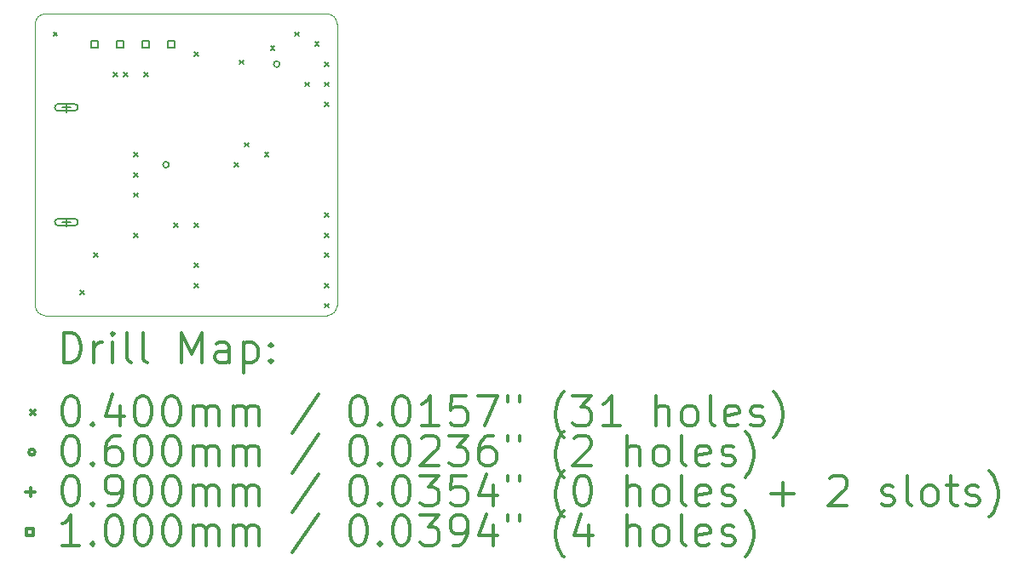
<source format=gbr>
%FSLAX45Y45*%
G04 Gerber Fmt 4.5, Leading zero omitted, Abs format (unit mm)*
G04 Created by KiCad (PCBNEW 5.1.10) date 2021-09-07 22:45:55*
%MOMM*%
%LPD*%
G01*
G04 APERTURE LIST*
%TA.AperFunction,Profile*%
%ADD10C,0.050000*%
%TD*%
%ADD11C,0.200000*%
%ADD12C,0.300000*%
G04 APERTURE END LIST*
D10*
X10080000Y-15000000D02*
G75*
G02*
X9980000Y-14900000I0J100000D01*
G01*
X12980000Y-14900000D02*
G75*
G02*
X12880000Y-15000000I-100000J0D01*
G01*
X12880000Y-12000000D02*
G75*
G02*
X12980000Y-12100000I0J-100000D01*
G01*
X9980000Y-12100000D02*
G75*
G02*
X10080000Y-12000000I100000J0D01*
G01*
X12980000Y-12100000D02*
X12980000Y-14900000D01*
X12880000Y-15000000D02*
X10080000Y-15000000D01*
X10080000Y-12000000D02*
X12880000Y-12000000D01*
X9980000Y-14900000D02*
X9980000Y-12100000D01*
D11*
X10160000Y-12180000D02*
X10200000Y-12220000D01*
X10200000Y-12180000D02*
X10160000Y-12220000D01*
X10427499Y-14750000D02*
X10467499Y-14790000D01*
X10467499Y-14750000D02*
X10427499Y-14790000D01*
X10560000Y-14380000D02*
X10600000Y-14420000D01*
X10600000Y-14380000D02*
X10560000Y-14420000D01*
X10760000Y-12580000D02*
X10800000Y-12620000D01*
X10800000Y-12580000D02*
X10760000Y-12620000D01*
X10860000Y-12580000D02*
X10900000Y-12620000D01*
X10900000Y-12580000D02*
X10860000Y-12620000D01*
X10960000Y-13380000D02*
X11000000Y-13420000D01*
X11000000Y-13380000D02*
X10960000Y-13420000D01*
X10960000Y-13580000D02*
X11000000Y-13620000D01*
X11000000Y-13580000D02*
X10960000Y-13620000D01*
X10960000Y-13780000D02*
X11000000Y-13820000D01*
X11000000Y-13780000D02*
X10960000Y-13820000D01*
X10960000Y-14180000D02*
X11000000Y-14220000D01*
X11000000Y-14180000D02*
X10960000Y-14220000D01*
X11060000Y-12580000D02*
X11100000Y-12620000D01*
X11100000Y-12580000D02*
X11060000Y-12620000D01*
X11360000Y-14080000D02*
X11400000Y-14120000D01*
X11400000Y-14080000D02*
X11360000Y-14120000D01*
X11560000Y-12380000D02*
X11600000Y-12420000D01*
X11600000Y-12380000D02*
X11560000Y-12420000D01*
X11560000Y-14080000D02*
X11600000Y-14120000D01*
X11600000Y-14080000D02*
X11560000Y-14120000D01*
X11560000Y-14480000D02*
X11600000Y-14520000D01*
X11600000Y-14480000D02*
X11560000Y-14520000D01*
X11560000Y-14680000D02*
X11600000Y-14720000D01*
X11600000Y-14680000D02*
X11560000Y-14720000D01*
X11960000Y-13480000D02*
X12000000Y-13520000D01*
X12000000Y-13480000D02*
X11960000Y-13520000D01*
X12010000Y-12459289D02*
X12050000Y-12499289D01*
X12050000Y-12459289D02*
X12010000Y-12499289D01*
X12060000Y-13280000D02*
X12100000Y-13320000D01*
X12100000Y-13280000D02*
X12060000Y-13320000D01*
X12260000Y-13380000D02*
X12300000Y-13420000D01*
X12300000Y-13380000D02*
X12260000Y-13420000D01*
X12320000Y-12320000D02*
X12360000Y-12360000D01*
X12360000Y-12320000D02*
X12320000Y-12360000D01*
X12560000Y-12180000D02*
X12600000Y-12220000D01*
X12600000Y-12180000D02*
X12560000Y-12220000D01*
X12660000Y-12680000D02*
X12700000Y-12720000D01*
X12700000Y-12680000D02*
X12660000Y-12720000D01*
X12760000Y-12280000D02*
X12800000Y-12320000D01*
X12800000Y-12280000D02*
X12760000Y-12320000D01*
X12860000Y-12480000D02*
X12900000Y-12520000D01*
X12900000Y-12480000D02*
X12860000Y-12520000D01*
X12860000Y-12680000D02*
X12900000Y-12720000D01*
X12900000Y-12680000D02*
X12860000Y-12720000D01*
X12860000Y-12880000D02*
X12900000Y-12920000D01*
X12900000Y-12880000D02*
X12860000Y-12920000D01*
X12860000Y-13980000D02*
X12900000Y-14020000D01*
X12900000Y-13980000D02*
X12860000Y-14020000D01*
X12860000Y-14180000D02*
X12900000Y-14220000D01*
X12900000Y-14180000D02*
X12860000Y-14220000D01*
X12860000Y-14380000D02*
X12900000Y-14420000D01*
X12900000Y-14380000D02*
X12860000Y-14420000D01*
X12860000Y-14680000D02*
X12900000Y-14720000D01*
X12900000Y-14680000D02*
X12860000Y-14720000D01*
X12860000Y-14880000D02*
X12900000Y-14920000D01*
X12900000Y-14880000D02*
X12860000Y-14920000D01*
X11310000Y-13500000D02*
G75*
G03*
X11310000Y-13500000I-30000J0D01*
G01*
X12410000Y-12500000D02*
G75*
G03*
X12410000Y-12500000I-30000J0D01*
G01*
X10290000Y-12885000D02*
X10290000Y-12975000D01*
X10245000Y-12930000D02*
X10335000Y-12930000D01*
X10370000Y-12895000D02*
X10210000Y-12895000D01*
X10370000Y-12965000D02*
X10210000Y-12965000D01*
X10210000Y-12895000D02*
G75*
G03*
X10210000Y-12965000I0J-35000D01*
G01*
X10370000Y-12965000D02*
G75*
G03*
X10370000Y-12895000I0J35000D01*
G01*
X10290000Y-14025000D02*
X10290000Y-14115000D01*
X10245000Y-14070000D02*
X10335000Y-14070000D01*
X10370000Y-14035000D02*
X10210000Y-14035000D01*
X10370000Y-14105000D02*
X10210000Y-14105000D01*
X10210000Y-14035000D02*
G75*
G03*
X10210000Y-14105000I0J-35000D01*
G01*
X10370000Y-14105000D02*
G75*
G03*
X10370000Y-14035000I0J35000D01*
G01*
X10607356Y-12335356D02*
X10607356Y-12264644D01*
X10536644Y-12264644D01*
X10536644Y-12335356D01*
X10607356Y-12335356D01*
X10861356Y-12335356D02*
X10861356Y-12264644D01*
X10790644Y-12264644D01*
X10790644Y-12335356D01*
X10861356Y-12335356D01*
X11115356Y-12335356D02*
X11115356Y-12264644D01*
X11044644Y-12264644D01*
X11044644Y-12335356D01*
X11115356Y-12335356D01*
X11369356Y-12335356D02*
X11369356Y-12264644D01*
X11298644Y-12264644D01*
X11298644Y-12335356D01*
X11369356Y-12335356D01*
D12*
X10263928Y-15468214D02*
X10263928Y-15168214D01*
X10335357Y-15168214D01*
X10378214Y-15182500D01*
X10406786Y-15211071D01*
X10421071Y-15239643D01*
X10435357Y-15296786D01*
X10435357Y-15339643D01*
X10421071Y-15396786D01*
X10406786Y-15425357D01*
X10378214Y-15453929D01*
X10335357Y-15468214D01*
X10263928Y-15468214D01*
X10563928Y-15468214D02*
X10563928Y-15268214D01*
X10563928Y-15325357D02*
X10578214Y-15296786D01*
X10592500Y-15282500D01*
X10621071Y-15268214D01*
X10649643Y-15268214D01*
X10749643Y-15468214D02*
X10749643Y-15268214D01*
X10749643Y-15168214D02*
X10735357Y-15182500D01*
X10749643Y-15196786D01*
X10763928Y-15182500D01*
X10749643Y-15168214D01*
X10749643Y-15196786D01*
X10935357Y-15468214D02*
X10906786Y-15453929D01*
X10892500Y-15425357D01*
X10892500Y-15168214D01*
X11092500Y-15468214D02*
X11063928Y-15453929D01*
X11049643Y-15425357D01*
X11049643Y-15168214D01*
X11435357Y-15468214D02*
X11435357Y-15168214D01*
X11535357Y-15382500D01*
X11635357Y-15168214D01*
X11635357Y-15468214D01*
X11906786Y-15468214D02*
X11906786Y-15311071D01*
X11892500Y-15282500D01*
X11863928Y-15268214D01*
X11806786Y-15268214D01*
X11778214Y-15282500D01*
X11906786Y-15453929D02*
X11878214Y-15468214D01*
X11806786Y-15468214D01*
X11778214Y-15453929D01*
X11763928Y-15425357D01*
X11763928Y-15396786D01*
X11778214Y-15368214D01*
X11806786Y-15353929D01*
X11878214Y-15353929D01*
X11906786Y-15339643D01*
X12049643Y-15268214D02*
X12049643Y-15568214D01*
X12049643Y-15282500D02*
X12078214Y-15268214D01*
X12135357Y-15268214D01*
X12163928Y-15282500D01*
X12178214Y-15296786D01*
X12192500Y-15325357D01*
X12192500Y-15411071D01*
X12178214Y-15439643D01*
X12163928Y-15453929D01*
X12135357Y-15468214D01*
X12078214Y-15468214D01*
X12049643Y-15453929D01*
X12321071Y-15439643D02*
X12335357Y-15453929D01*
X12321071Y-15468214D01*
X12306786Y-15453929D01*
X12321071Y-15439643D01*
X12321071Y-15468214D01*
X12321071Y-15282500D02*
X12335357Y-15296786D01*
X12321071Y-15311071D01*
X12306786Y-15296786D01*
X12321071Y-15282500D01*
X12321071Y-15311071D01*
X9937500Y-15942500D02*
X9977500Y-15982500D01*
X9977500Y-15942500D02*
X9937500Y-15982500D01*
X10321071Y-15798214D02*
X10349643Y-15798214D01*
X10378214Y-15812500D01*
X10392500Y-15826786D01*
X10406786Y-15855357D01*
X10421071Y-15912500D01*
X10421071Y-15983929D01*
X10406786Y-16041071D01*
X10392500Y-16069643D01*
X10378214Y-16083929D01*
X10349643Y-16098214D01*
X10321071Y-16098214D01*
X10292500Y-16083929D01*
X10278214Y-16069643D01*
X10263928Y-16041071D01*
X10249643Y-15983929D01*
X10249643Y-15912500D01*
X10263928Y-15855357D01*
X10278214Y-15826786D01*
X10292500Y-15812500D01*
X10321071Y-15798214D01*
X10549643Y-16069643D02*
X10563928Y-16083929D01*
X10549643Y-16098214D01*
X10535357Y-16083929D01*
X10549643Y-16069643D01*
X10549643Y-16098214D01*
X10821071Y-15898214D02*
X10821071Y-16098214D01*
X10749643Y-15783929D02*
X10678214Y-15998214D01*
X10863928Y-15998214D01*
X11035357Y-15798214D02*
X11063928Y-15798214D01*
X11092500Y-15812500D01*
X11106786Y-15826786D01*
X11121071Y-15855357D01*
X11135357Y-15912500D01*
X11135357Y-15983929D01*
X11121071Y-16041071D01*
X11106786Y-16069643D01*
X11092500Y-16083929D01*
X11063928Y-16098214D01*
X11035357Y-16098214D01*
X11006786Y-16083929D01*
X10992500Y-16069643D01*
X10978214Y-16041071D01*
X10963928Y-15983929D01*
X10963928Y-15912500D01*
X10978214Y-15855357D01*
X10992500Y-15826786D01*
X11006786Y-15812500D01*
X11035357Y-15798214D01*
X11321071Y-15798214D02*
X11349643Y-15798214D01*
X11378214Y-15812500D01*
X11392500Y-15826786D01*
X11406786Y-15855357D01*
X11421071Y-15912500D01*
X11421071Y-15983929D01*
X11406786Y-16041071D01*
X11392500Y-16069643D01*
X11378214Y-16083929D01*
X11349643Y-16098214D01*
X11321071Y-16098214D01*
X11292500Y-16083929D01*
X11278214Y-16069643D01*
X11263928Y-16041071D01*
X11249643Y-15983929D01*
X11249643Y-15912500D01*
X11263928Y-15855357D01*
X11278214Y-15826786D01*
X11292500Y-15812500D01*
X11321071Y-15798214D01*
X11549643Y-16098214D02*
X11549643Y-15898214D01*
X11549643Y-15926786D02*
X11563928Y-15912500D01*
X11592500Y-15898214D01*
X11635357Y-15898214D01*
X11663928Y-15912500D01*
X11678214Y-15941071D01*
X11678214Y-16098214D01*
X11678214Y-15941071D02*
X11692500Y-15912500D01*
X11721071Y-15898214D01*
X11763928Y-15898214D01*
X11792500Y-15912500D01*
X11806786Y-15941071D01*
X11806786Y-16098214D01*
X11949643Y-16098214D02*
X11949643Y-15898214D01*
X11949643Y-15926786D02*
X11963928Y-15912500D01*
X11992500Y-15898214D01*
X12035357Y-15898214D01*
X12063928Y-15912500D01*
X12078214Y-15941071D01*
X12078214Y-16098214D01*
X12078214Y-15941071D02*
X12092500Y-15912500D01*
X12121071Y-15898214D01*
X12163928Y-15898214D01*
X12192500Y-15912500D01*
X12206786Y-15941071D01*
X12206786Y-16098214D01*
X12792500Y-15783929D02*
X12535357Y-16169643D01*
X13178214Y-15798214D02*
X13206786Y-15798214D01*
X13235357Y-15812500D01*
X13249643Y-15826786D01*
X13263928Y-15855357D01*
X13278214Y-15912500D01*
X13278214Y-15983929D01*
X13263928Y-16041071D01*
X13249643Y-16069643D01*
X13235357Y-16083929D01*
X13206786Y-16098214D01*
X13178214Y-16098214D01*
X13149643Y-16083929D01*
X13135357Y-16069643D01*
X13121071Y-16041071D01*
X13106786Y-15983929D01*
X13106786Y-15912500D01*
X13121071Y-15855357D01*
X13135357Y-15826786D01*
X13149643Y-15812500D01*
X13178214Y-15798214D01*
X13406786Y-16069643D02*
X13421071Y-16083929D01*
X13406786Y-16098214D01*
X13392500Y-16083929D01*
X13406786Y-16069643D01*
X13406786Y-16098214D01*
X13606786Y-15798214D02*
X13635357Y-15798214D01*
X13663928Y-15812500D01*
X13678214Y-15826786D01*
X13692500Y-15855357D01*
X13706786Y-15912500D01*
X13706786Y-15983929D01*
X13692500Y-16041071D01*
X13678214Y-16069643D01*
X13663928Y-16083929D01*
X13635357Y-16098214D01*
X13606786Y-16098214D01*
X13578214Y-16083929D01*
X13563928Y-16069643D01*
X13549643Y-16041071D01*
X13535357Y-15983929D01*
X13535357Y-15912500D01*
X13549643Y-15855357D01*
X13563928Y-15826786D01*
X13578214Y-15812500D01*
X13606786Y-15798214D01*
X13992500Y-16098214D02*
X13821071Y-16098214D01*
X13906786Y-16098214D02*
X13906786Y-15798214D01*
X13878214Y-15841071D01*
X13849643Y-15869643D01*
X13821071Y-15883929D01*
X14263928Y-15798214D02*
X14121071Y-15798214D01*
X14106786Y-15941071D01*
X14121071Y-15926786D01*
X14149643Y-15912500D01*
X14221071Y-15912500D01*
X14249643Y-15926786D01*
X14263928Y-15941071D01*
X14278214Y-15969643D01*
X14278214Y-16041071D01*
X14263928Y-16069643D01*
X14249643Y-16083929D01*
X14221071Y-16098214D01*
X14149643Y-16098214D01*
X14121071Y-16083929D01*
X14106786Y-16069643D01*
X14378214Y-15798214D02*
X14578214Y-15798214D01*
X14449643Y-16098214D01*
X14678214Y-15798214D02*
X14678214Y-15855357D01*
X14792500Y-15798214D02*
X14792500Y-15855357D01*
X15235357Y-16212500D02*
X15221071Y-16198214D01*
X15192500Y-16155357D01*
X15178214Y-16126786D01*
X15163928Y-16083929D01*
X15149643Y-16012500D01*
X15149643Y-15955357D01*
X15163928Y-15883929D01*
X15178214Y-15841071D01*
X15192500Y-15812500D01*
X15221071Y-15769643D01*
X15235357Y-15755357D01*
X15321071Y-15798214D02*
X15506786Y-15798214D01*
X15406786Y-15912500D01*
X15449643Y-15912500D01*
X15478214Y-15926786D01*
X15492500Y-15941071D01*
X15506786Y-15969643D01*
X15506786Y-16041071D01*
X15492500Y-16069643D01*
X15478214Y-16083929D01*
X15449643Y-16098214D01*
X15363928Y-16098214D01*
X15335357Y-16083929D01*
X15321071Y-16069643D01*
X15792500Y-16098214D02*
X15621071Y-16098214D01*
X15706786Y-16098214D02*
X15706786Y-15798214D01*
X15678214Y-15841071D01*
X15649643Y-15869643D01*
X15621071Y-15883929D01*
X16149643Y-16098214D02*
X16149643Y-15798214D01*
X16278214Y-16098214D02*
X16278214Y-15941071D01*
X16263928Y-15912500D01*
X16235357Y-15898214D01*
X16192500Y-15898214D01*
X16163928Y-15912500D01*
X16149643Y-15926786D01*
X16463928Y-16098214D02*
X16435357Y-16083929D01*
X16421071Y-16069643D01*
X16406786Y-16041071D01*
X16406786Y-15955357D01*
X16421071Y-15926786D01*
X16435357Y-15912500D01*
X16463928Y-15898214D01*
X16506786Y-15898214D01*
X16535357Y-15912500D01*
X16549643Y-15926786D01*
X16563928Y-15955357D01*
X16563928Y-16041071D01*
X16549643Y-16069643D01*
X16535357Y-16083929D01*
X16506786Y-16098214D01*
X16463928Y-16098214D01*
X16735357Y-16098214D02*
X16706786Y-16083929D01*
X16692500Y-16055357D01*
X16692500Y-15798214D01*
X16963928Y-16083929D02*
X16935357Y-16098214D01*
X16878214Y-16098214D01*
X16849643Y-16083929D01*
X16835357Y-16055357D01*
X16835357Y-15941071D01*
X16849643Y-15912500D01*
X16878214Y-15898214D01*
X16935357Y-15898214D01*
X16963928Y-15912500D01*
X16978214Y-15941071D01*
X16978214Y-15969643D01*
X16835357Y-15998214D01*
X17092500Y-16083929D02*
X17121071Y-16098214D01*
X17178214Y-16098214D01*
X17206786Y-16083929D01*
X17221071Y-16055357D01*
X17221071Y-16041071D01*
X17206786Y-16012500D01*
X17178214Y-15998214D01*
X17135357Y-15998214D01*
X17106786Y-15983929D01*
X17092500Y-15955357D01*
X17092500Y-15941071D01*
X17106786Y-15912500D01*
X17135357Y-15898214D01*
X17178214Y-15898214D01*
X17206786Y-15912500D01*
X17321071Y-16212500D02*
X17335357Y-16198214D01*
X17363928Y-16155357D01*
X17378214Y-16126786D01*
X17392500Y-16083929D01*
X17406786Y-16012500D01*
X17406786Y-15955357D01*
X17392500Y-15883929D01*
X17378214Y-15841071D01*
X17363928Y-15812500D01*
X17335357Y-15769643D01*
X17321071Y-15755357D01*
X9977500Y-16358500D02*
G75*
G03*
X9977500Y-16358500I-30000J0D01*
G01*
X10321071Y-16194214D02*
X10349643Y-16194214D01*
X10378214Y-16208500D01*
X10392500Y-16222786D01*
X10406786Y-16251357D01*
X10421071Y-16308500D01*
X10421071Y-16379929D01*
X10406786Y-16437071D01*
X10392500Y-16465643D01*
X10378214Y-16479929D01*
X10349643Y-16494214D01*
X10321071Y-16494214D01*
X10292500Y-16479929D01*
X10278214Y-16465643D01*
X10263928Y-16437071D01*
X10249643Y-16379929D01*
X10249643Y-16308500D01*
X10263928Y-16251357D01*
X10278214Y-16222786D01*
X10292500Y-16208500D01*
X10321071Y-16194214D01*
X10549643Y-16465643D02*
X10563928Y-16479929D01*
X10549643Y-16494214D01*
X10535357Y-16479929D01*
X10549643Y-16465643D01*
X10549643Y-16494214D01*
X10821071Y-16194214D02*
X10763928Y-16194214D01*
X10735357Y-16208500D01*
X10721071Y-16222786D01*
X10692500Y-16265643D01*
X10678214Y-16322786D01*
X10678214Y-16437071D01*
X10692500Y-16465643D01*
X10706786Y-16479929D01*
X10735357Y-16494214D01*
X10792500Y-16494214D01*
X10821071Y-16479929D01*
X10835357Y-16465643D01*
X10849643Y-16437071D01*
X10849643Y-16365643D01*
X10835357Y-16337071D01*
X10821071Y-16322786D01*
X10792500Y-16308500D01*
X10735357Y-16308500D01*
X10706786Y-16322786D01*
X10692500Y-16337071D01*
X10678214Y-16365643D01*
X11035357Y-16194214D02*
X11063928Y-16194214D01*
X11092500Y-16208500D01*
X11106786Y-16222786D01*
X11121071Y-16251357D01*
X11135357Y-16308500D01*
X11135357Y-16379929D01*
X11121071Y-16437071D01*
X11106786Y-16465643D01*
X11092500Y-16479929D01*
X11063928Y-16494214D01*
X11035357Y-16494214D01*
X11006786Y-16479929D01*
X10992500Y-16465643D01*
X10978214Y-16437071D01*
X10963928Y-16379929D01*
X10963928Y-16308500D01*
X10978214Y-16251357D01*
X10992500Y-16222786D01*
X11006786Y-16208500D01*
X11035357Y-16194214D01*
X11321071Y-16194214D02*
X11349643Y-16194214D01*
X11378214Y-16208500D01*
X11392500Y-16222786D01*
X11406786Y-16251357D01*
X11421071Y-16308500D01*
X11421071Y-16379929D01*
X11406786Y-16437071D01*
X11392500Y-16465643D01*
X11378214Y-16479929D01*
X11349643Y-16494214D01*
X11321071Y-16494214D01*
X11292500Y-16479929D01*
X11278214Y-16465643D01*
X11263928Y-16437071D01*
X11249643Y-16379929D01*
X11249643Y-16308500D01*
X11263928Y-16251357D01*
X11278214Y-16222786D01*
X11292500Y-16208500D01*
X11321071Y-16194214D01*
X11549643Y-16494214D02*
X11549643Y-16294214D01*
X11549643Y-16322786D02*
X11563928Y-16308500D01*
X11592500Y-16294214D01*
X11635357Y-16294214D01*
X11663928Y-16308500D01*
X11678214Y-16337071D01*
X11678214Y-16494214D01*
X11678214Y-16337071D02*
X11692500Y-16308500D01*
X11721071Y-16294214D01*
X11763928Y-16294214D01*
X11792500Y-16308500D01*
X11806786Y-16337071D01*
X11806786Y-16494214D01*
X11949643Y-16494214D02*
X11949643Y-16294214D01*
X11949643Y-16322786D02*
X11963928Y-16308500D01*
X11992500Y-16294214D01*
X12035357Y-16294214D01*
X12063928Y-16308500D01*
X12078214Y-16337071D01*
X12078214Y-16494214D01*
X12078214Y-16337071D02*
X12092500Y-16308500D01*
X12121071Y-16294214D01*
X12163928Y-16294214D01*
X12192500Y-16308500D01*
X12206786Y-16337071D01*
X12206786Y-16494214D01*
X12792500Y-16179929D02*
X12535357Y-16565643D01*
X13178214Y-16194214D02*
X13206786Y-16194214D01*
X13235357Y-16208500D01*
X13249643Y-16222786D01*
X13263928Y-16251357D01*
X13278214Y-16308500D01*
X13278214Y-16379929D01*
X13263928Y-16437071D01*
X13249643Y-16465643D01*
X13235357Y-16479929D01*
X13206786Y-16494214D01*
X13178214Y-16494214D01*
X13149643Y-16479929D01*
X13135357Y-16465643D01*
X13121071Y-16437071D01*
X13106786Y-16379929D01*
X13106786Y-16308500D01*
X13121071Y-16251357D01*
X13135357Y-16222786D01*
X13149643Y-16208500D01*
X13178214Y-16194214D01*
X13406786Y-16465643D02*
X13421071Y-16479929D01*
X13406786Y-16494214D01*
X13392500Y-16479929D01*
X13406786Y-16465643D01*
X13406786Y-16494214D01*
X13606786Y-16194214D02*
X13635357Y-16194214D01*
X13663928Y-16208500D01*
X13678214Y-16222786D01*
X13692500Y-16251357D01*
X13706786Y-16308500D01*
X13706786Y-16379929D01*
X13692500Y-16437071D01*
X13678214Y-16465643D01*
X13663928Y-16479929D01*
X13635357Y-16494214D01*
X13606786Y-16494214D01*
X13578214Y-16479929D01*
X13563928Y-16465643D01*
X13549643Y-16437071D01*
X13535357Y-16379929D01*
X13535357Y-16308500D01*
X13549643Y-16251357D01*
X13563928Y-16222786D01*
X13578214Y-16208500D01*
X13606786Y-16194214D01*
X13821071Y-16222786D02*
X13835357Y-16208500D01*
X13863928Y-16194214D01*
X13935357Y-16194214D01*
X13963928Y-16208500D01*
X13978214Y-16222786D01*
X13992500Y-16251357D01*
X13992500Y-16279929D01*
X13978214Y-16322786D01*
X13806786Y-16494214D01*
X13992500Y-16494214D01*
X14092500Y-16194214D02*
X14278214Y-16194214D01*
X14178214Y-16308500D01*
X14221071Y-16308500D01*
X14249643Y-16322786D01*
X14263928Y-16337071D01*
X14278214Y-16365643D01*
X14278214Y-16437071D01*
X14263928Y-16465643D01*
X14249643Y-16479929D01*
X14221071Y-16494214D01*
X14135357Y-16494214D01*
X14106786Y-16479929D01*
X14092500Y-16465643D01*
X14535357Y-16194214D02*
X14478214Y-16194214D01*
X14449643Y-16208500D01*
X14435357Y-16222786D01*
X14406786Y-16265643D01*
X14392500Y-16322786D01*
X14392500Y-16437071D01*
X14406786Y-16465643D01*
X14421071Y-16479929D01*
X14449643Y-16494214D01*
X14506786Y-16494214D01*
X14535357Y-16479929D01*
X14549643Y-16465643D01*
X14563928Y-16437071D01*
X14563928Y-16365643D01*
X14549643Y-16337071D01*
X14535357Y-16322786D01*
X14506786Y-16308500D01*
X14449643Y-16308500D01*
X14421071Y-16322786D01*
X14406786Y-16337071D01*
X14392500Y-16365643D01*
X14678214Y-16194214D02*
X14678214Y-16251357D01*
X14792500Y-16194214D02*
X14792500Y-16251357D01*
X15235357Y-16608500D02*
X15221071Y-16594214D01*
X15192500Y-16551357D01*
X15178214Y-16522786D01*
X15163928Y-16479929D01*
X15149643Y-16408500D01*
X15149643Y-16351357D01*
X15163928Y-16279929D01*
X15178214Y-16237071D01*
X15192500Y-16208500D01*
X15221071Y-16165643D01*
X15235357Y-16151357D01*
X15335357Y-16222786D02*
X15349643Y-16208500D01*
X15378214Y-16194214D01*
X15449643Y-16194214D01*
X15478214Y-16208500D01*
X15492500Y-16222786D01*
X15506786Y-16251357D01*
X15506786Y-16279929D01*
X15492500Y-16322786D01*
X15321071Y-16494214D01*
X15506786Y-16494214D01*
X15863928Y-16494214D02*
X15863928Y-16194214D01*
X15992500Y-16494214D02*
X15992500Y-16337071D01*
X15978214Y-16308500D01*
X15949643Y-16294214D01*
X15906786Y-16294214D01*
X15878214Y-16308500D01*
X15863928Y-16322786D01*
X16178214Y-16494214D02*
X16149643Y-16479929D01*
X16135357Y-16465643D01*
X16121071Y-16437071D01*
X16121071Y-16351357D01*
X16135357Y-16322786D01*
X16149643Y-16308500D01*
X16178214Y-16294214D01*
X16221071Y-16294214D01*
X16249643Y-16308500D01*
X16263928Y-16322786D01*
X16278214Y-16351357D01*
X16278214Y-16437071D01*
X16263928Y-16465643D01*
X16249643Y-16479929D01*
X16221071Y-16494214D01*
X16178214Y-16494214D01*
X16449643Y-16494214D02*
X16421071Y-16479929D01*
X16406786Y-16451357D01*
X16406786Y-16194214D01*
X16678214Y-16479929D02*
X16649643Y-16494214D01*
X16592500Y-16494214D01*
X16563928Y-16479929D01*
X16549643Y-16451357D01*
X16549643Y-16337071D01*
X16563928Y-16308500D01*
X16592500Y-16294214D01*
X16649643Y-16294214D01*
X16678214Y-16308500D01*
X16692500Y-16337071D01*
X16692500Y-16365643D01*
X16549643Y-16394214D01*
X16806786Y-16479929D02*
X16835357Y-16494214D01*
X16892500Y-16494214D01*
X16921071Y-16479929D01*
X16935357Y-16451357D01*
X16935357Y-16437071D01*
X16921071Y-16408500D01*
X16892500Y-16394214D01*
X16849643Y-16394214D01*
X16821071Y-16379929D01*
X16806786Y-16351357D01*
X16806786Y-16337071D01*
X16821071Y-16308500D01*
X16849643Y-16294214D01*
X16892500Y-16294214D01*
X16921071Y-16308500D01*
X17035357Y-16608500D02*
X17049643Y-16594214D01*
X17078214Y-16551357D01*
X17092500Y-16522786D01*
X17106786Y-16479929D01*
X17121071Y-16408500D01*
X17121071Y-16351357D01*
X17106786Y-16279929D01*
X17092500Y-16237071D01*
X17078214Y-16208500D01*
X17049643Y-16165643D01*
X17035357Y-16151357D01*
X9932500Y-16709500D02*
X9932500Y-16799500D01*
X9887500Y-16754500D02*
X9977500Y-16754500D01*
X10321071Y-16590214D02*
X10349643Y-16590214D01*
X10378214Y-16604500D01*
X10392500Y-16618786D01*
X10406786Y-16647357D01*
X10421071Y-16704500D01*
X10421071Y-16775929D01*
X10406786Y-16833072D01*
X10392500Y-16861643D01*
X10378214Y-16875929D01*
X10349643Y-16890214D01*
X10321071Y-16890214D01*
X10292500Y-16875929D01*
X10278214Y-16861643D01*
X10263928Y-16833072D01*
X10249643Y-16775929D01*
X10249643Y-16704500D01*
X10263928Y-16647357D01*
X10278214Y-16618786D01*
X10292500Y-16604500D01*
X10321071Y-16590214D01*
X10549643Y-16861643D02*
X10563928Y-16875929D01*
X10549643Y-16890214D01*
X10535357Y-16875929D01*
X10549643Y-16861643D01*
X10549643Y-16890214D01*
X10706786Y-16890214D02*
X10763928Y-16890214D01*
X10792500Y-16875929D01*
X10806786Y-16861643D01*
X10835357Y-16818786D01*
X10849643Y-16761643D01*
X10849643Y-16647357D01*
X10835357Y-16618786D01*
X10821071Y-16604500D01*
X10792500Y-16590214D01*
X10735357Y-16590214D01*
X10706786Y-16604500D01*
X10692500Y-16618786D01*
X10678214Y-16647357D01*
X10678214Y-16718786D01*
X10692500Y-16747357D01*
X10706786Y-16761643D01*
X10735357Y-16775929D01*
X10792500Y-16775929D01*
X10821071Y-16761643D01*
X10835357Y-16747357D01*
X10849643Y-16718786D01*
X11035357Y-16590214D02*
X11063928Y-16590214D01*
X11092500Y-16604500D01*
X11106786Y-16618786D01*
X11121071Y-16647357D01*
X11135357Y-16704500D01*
X11135357Y-16775929D01*
X11121071Y-16833072D01*
X11106786Y-16861643D01*
X11092500Y-16875929D01*
X11063928Y-16890214D01*
X11035357Y-16890214D01*
X11006786Y-16875929D01*
X10992500Y-16861643D01*
X10978214Y-16833072D01*
X10963928Y-16775929D01*
X10963928Y-16704500D01*
X10978214Y-16647357D01*
X10992500Y-16618786D01*
X11006786Y-16604500D01*
X11035357Y-16590214D01*
X11321071Y-16590214D02*
X11349643Y-16590214D01*
X11378214Y-16604500D01*
X11392500Y-16618786D01*
X11406786Y-16647357D01*
X11421071Y-16704500D01*
X11421071Y-16775929D01*
X11406786Y-16833072D01*
X11392500Y-16861643D01*
X11378214Y-16875929D01*
X11349643Y-16890214D01*
X11321071Y-16890214D01*
X11292500Y-16875929D01*
X11278214Y-16861643D01*
X11263928Y-16833072D01*
X11249643Y-16775929D01*
X11249643Y-16704500D01*
X11263928Y-16647357D01*
X11278214Y-16618786D01*
X11292500Y-16604500D01*
X11321071Y-16590214D01*
X11549643Y-16890214D02*
X11549643Y-16690214D01*
X11549643Y-16718786D02*
X11563928Y-16704500D01*
X11592500Y-16690214D01*
X11635357Y-16690214D01*
X11663928Y-16704500D01*
X11678214Y-16733071D01*
X11678214Y-16890214D01*
X11678214Y-16733071D02*
X11692500Y-16704500D01*
X11721071Y-16690214D01*
X11763928Y-16690214D01*
X11792500Y-16704500D01*
X11806786Y-16733071D01*
X11806786Y-16890214D01*
X11949643Y-16890214D02*
X11949643Y-16690214D01*
X11949643Y-16718786D02*
X11963928Y-16704500D01*
X11992500Y-16690214D01*
X12035357Y-16690214D01*
X12063928Y-16704500D01*
X12078214Y-16733071D01*
X12078214Y-16890214D01*
X12078214Y-16733071D02*
X12092500Y-16704500D01*
X12121071Y-16690214D01*
X12163928Y-16690214D01*
X12192500Y-16704500D01*
X12206786Y-16733071D01*
X12206786Y-16890214D01*
X12792500Y-16575929D02*
X12535357Y-16961643D01*
X13178214Y-16590214D02*
X13206786Y-16590214D01*
X13235357Y-16604500D01*
X13249643Y-16618786D01*
X13263928Y-16647357D01*
X13278214Y-16704500D01*
X13278214Y-16775929D01*
X13263928Y-16833072D01*
X13249643Y-16861643D01*
X13235357Y-16875929D01*
X13206786Y-16890214D01*
X13178214Y-16890214D01*
X13149643Y-16875929D01*
X13135357Y-16861643D01*
X13121071Y-16833072D01*
X13106786Y-16775929D01*
X13106786Y-16704500D01*
X13121071Y-16647357D01*
X13135357Y-16618786D01*
X13149643Y-16604500D01*
X13178214Y-16590214D01*
X13406786Y-16861643D02*
X13421071Y-16875929D01*
X13406786Y-16890214D01*
X13392500Y-16875929D01*
X13406786Y-16861643D01*
X13406786Y-16890214D01*
X13606786Y-16590214D02*
X13635357Y-16590214D01*
X13663928Y-16604500D01*
X13678214Y-16618786D01*
X13692500Y-16647357D01*
X13706786Y-16704500D01*
X13706786Y-16775929D01*
X13692500Y-16833072D01*
X13678214Y-16861643D01*
X13663928Y-16875929D01*
X13635357Y-16890214D01*
X13606786Y-16890214D01*
X13578214Y-16875929D01*
X13563928Y-16861643D01*
X13549643Y-16833072D01*
X13535357Y-16775929D01*
X13535357Y-16704500D01*
X13549643Y-16647357D01*
X13563928Y-16618786D01*
X13578214Y-16604500D01*
X13606786Y-16590214D01*
X13806786Y-16590214D02*
X13992500Y-16590214D01*
X13892500Y-16704500D01*
X13935357Y-16704500D01*
X13963928Y-16718786D01*
X13978214Y-16733071D01*
X13992500Y-16761643D01*
X13992500Y-16833072D01*
X13978214Y-16861643D01*
X13963928Y-16875929D01*
X13935357Y-16890214D01*
X13849643Y-16890214D01*
X13821071Y-16875929D01*
X13806786Y-16861643D01*
X14263928Y-16590214D02*
X14121071Y-16590214D01*
X14106786Y-16733071D01*
X14121071Y-16718786D01*
X14149643Y-16704500D01*
X14221071Y-16704500D01*
X14249643Y-16718786D01*
X14263928Y-16733071D01*
X14278214Y-16761643D01*
X14278214Y-16833072D01*
X14263928Y-16861643D01*
X14249643Y-16875929D01*
X14221071Y-16890214D01*
X14149643Y-16890214D01*
X14121071Y-16875929D01*
X14106786Y-16861643D01*
X14535357Y-16690214D02*
X14535357Y-16890214D01*
X14463928Y-16575929D02*
X14392500Y-16790214D01*
X14578214Y-16790214D01*
X14678214Y-16590214D02*
X14678214Y-16647357D01*
X14792500Y-16590214D02*
X14792500Y-16647357D01*
X15235357Y-17004500D02*
X15221071Y-16990214D01*
X15192500Y-16947357D01*
X15178214Y-16918786D01*
X15163928Y-16875929D01*
X15149643Y-16804500D01*
X15149643Y-16747357D01*
X15163928Y-16675929D01*
X15178214Y-16633071D01*
X15192500Y-16604500D01*
X15221071Y-16561643D01*
X15235357Y-16547357D01*
X15406786Y-16590214D02*
X15435357Y-16590214D01*
X15463928Y-16604500D01*
X15478214Y-16618786D01*
X15492500Y-16647357D01*
X15506786Y-16704500D01*
X15506786Y-16775929D01*
X15492500Y-16833072D01*
X15478214Y-16861643D01*
X15463928Y-16875929D01*
X15435357Y-16890214D01*
X15406786Y-16890214D01*
X15378214Y-16875929D01*
X15363928Y-16861643D01*
X15349643Y-16833072D01*
X15335357Y-16775929D01*
X15335357Y-16704500D01*
X15349643Y-16647357D01*
X15363928Y-16618786D01*
X15378214Y-16604500D01*
X15406786Y-16590214D01*
X15863928Y-16890214D02*
X15863928Y-16590214D01*
X15992500Y-16890214D02*
X15992500Y-16733071D01*
X15978214Y-16704500D01*
X15949643Y-16690214D01*
X15906786Y-16690214D01*
X15878214Y-16704500D01*
X15863928Y-16718786D01*
X16178214Y-16890214D02*
X16149643Y-16875929D01*
X16135357Y-16861643D01*
X16121071Y-16833072D01*
X16121071Y-16747357D01*
X16135357Y-16718786D01*
X16149643Y-16704500D01*
X16178214Y-16690214D01*
X16221071Y-16690214D01*
X16249643Y-16704500D01*
X16263928Y-16718786D01*
X16278214Y-16747357D01*
X16278214Y-16833072D01*
X16263928Y-16861643D01*
X16249643Y-16875929D01*
X16221071Y-16890214D01*
X16178214Y-16890214D01*
X16449643Y-16890214D02*
X16421071Y-16875929D01*
X16406786Y-16847357D01*
X16406786Y-16590214D01*
X16678214Y-16875929D02*
X16649643Y-16890214D01*
X16592500Y-16890214D01*
X16563928Y-16875929D01*
X16549643Y-16847357D01*
X16549643Y-16733071D01*
X16563928Y-16704500D01*
X16592500Y-16690214D01*
X16649643Y-16690214D01*
X16678214Y-16704500D01*
X16692500Y-16733071D01*
X16692500Y-16761643D01*
X16549643Y-16790214D01*
X16806786Y-16875929D02*
X16835357Y-16890214D01*
X16892500Y-16890214D01*
X16921071Y-16875929D01*
X16935357Y-16847357D01*
X16935357Y-16833072D01*
X16921071Y-16804500D01*
X16892500Y-16790214D01*
X16849643Y-16790214D01*
X16821071Y-16775929D01*
X16806786Y-16747357D01*
X16806786Y-16733071D01*
X16821071Y-16704500D01*
X16849643Y-16690214D01*
X16892500Y-16690214D01*
X16921071Y-16704500D01*
X17292500Y-16775929D02*
X17521071Y-16775929D01*
X17406786Y-16890214D02*
X17406786Y-16661643D01*
X17878214Y-16618786D02*
X17892500Y-16604500D01*
X17921071Y-16590214D01*
X17992500Y-16590214D01*
X18021071Y-16604500D01*
X18035357Y-16618786D01*
X18049643Y-16647357D01*
X18049643Y-16675929D01*
X18035357Y-16718786D01*
X17863928Y-16890214D01*
X18049643Y-16890214D01*
X18392500Y-16875929D02*
X18421071Y-16890214D01*
X18478214Y-16890214D01*
X18506786Y-16875929D01*
X18521071Y-16847357D01*
X18521071Y-16833072D01*
X18506786Y-16804500D01*
X18478214Y-16790214D01*
X18435357Y-16790214D01*
X18406786Y-16775929D01*
X18392500Y-16747357D01*
X18392500Y-16733071D01*
X18406786Y-16704500D01*
X18435357Y-16690214D01*
X18478214Y-16690214D01*
X18506786Y-16704500D01*
X18692500Y-16890214D02*
X18663928Y-16875929D01*
X18649643Y-16847357D01*
X18649643Y-16590214D01*
X18849643Y-16890214D02*
X18821071Y-16875929D01*
X18806786Y-16861643D01*
X18792500Y-16833072D01*
X18792500Y-16747357D01*
X18806786Y-16718786D01*
X18821071Y-16704500D01*
X18849643Y-16690214D01*
X18892500Y-16690214D01*
X18921071Y-16704500D01*
X18935357Y-16718786D01*
X18949643Y-16747357D01*
X18949643Y-16833072D01*
X18935357Y-16861643D01*
X18921071Y-16875929D01*
X18892500Y-16890214D01*
X18849643Y-16890214D01*
X19035357Y-16690214D02*
X19149643Y-16690214D01*
X19078214Y-16590214D02*
X19078214Y-16847357D01*
X19092500Y-16875929D01*
X19121071Y-16890214D01*
X19149643Y-16890214D01*
X19235357Y-16875929D02*
X19263928Y-16890214D01*
X19321071Y-16890214D01*
X19349643Y-16875929D01*
X19363928Y-16847357D01*
X19363928Y-16833072D01*
X19349643Y-16804500D01*
X19321071Y-16790214D01*
X19278214Y-16790214D01*
X19249643Y-16775929D01*
X19235357Y-16747357D01*
X19235357Y-16733071D01*
X19249643Y-16704500D01*
X19278214Y-16690214D01*
X19321071Y-16690214D01*
X19349643Y-16704500D01*
X19463928Y-17004500D02*
X19478214Y-16990214D01*
X19506786Y-16947357D01*
X19521071Y-16918786D01*
X19535357Y-16875929D01*
X19549643Y-16804500D01*
X19549643Y-16747357D01*
X19535357Y-16675929D01*
X19521071Y-16633071D01*
X19506786Y-16604500D01*
X19478214Y-16561643D01*
X19463928Y-16547357D01*
X9962856Y-17185856D02*
X9962856Y-17115144D01*
X9892144Y-17115144D01*
X9892144Y-17185856D01*
X9962856Y-17185856D01*
X10421071Y-17286214D02*
X10249643Y-17286214D01*
X10335357Y-17286214D02*
X10335357Y-16986214D01*
X10306786Y-17029072D01*
X10278214Y-17057643D01*
X10249643Y-17071929D01*
X10549643Y-17257643D02*
X10563928Y-17271929D01*
X10549643Y-17286214D01*
X10535357Y-17271929D01*
X10549643Y-17257643D01*
X10549643Y-17286214D01*
X10749643Y-16986214D02*
X10778214Y-16986214D01*
X10806786Y-17000500D01*
X10821071Y-17014786D01*
X10835357Y-17043357D01*
X10849643Y-17100500D01*
X10849643Y-17171929D01*
X10835357Y-17229072D01*
X10821071Y-17257643D01*
X10806786Y-17271929D01*
X10778214Y-17286214D01*
X10749643Y-17286214D01*
X10721071Y-17271929D01*
X10706786Y-17257643D01*
X10692500Y-17229072D01*
X10678214Y-17171929D01*
X10678214Y-17100500D01*
X10692500Y-17043357D01*
X10706786Y-17014786D01*
X10721071Y-17000500D01*
X10749643Y-16986214D01*
X11035357Y-16986214D02*
X11063928Y-16986214D01*
X11092500Y-17000500D01*
X11106786Y-17014786D01*
X11121071Y-17043357D01*
X11135357Y-17100500D01*
X11135357Y-17171929D01*
X11121071Y-17229072D01*
X11106786Y-17257643D01*
X11092500Y-17271929D01*
X11063928Y-17286214D01*
X11035357Y-17286214D01*
X11006786Y-17271929D01*
X10992500Y-17257643D01*
X10978214Y-17229072D01*
X10963928Y-17171929D01*
X10963928Y-17100500D01*
X10978214Y-17043357D01*
X10992500Y-17014786D01*
X11006786Y-17000500D01*
X11035357Y-16986214D01*
X11321071Y-16986214D02*
X11349643Y-16986214D01*
X11378214Y-17000500D01*
X11392500Y-17014786D01*
X11406786Y-17043357D01*
X11421071Y-17100500D01*
X11421071Y-17171929D01*
X11406786Y-17229072D01*
X11392500Y-17257643D01*
X11378214Y-17271929D01*
X11349643Y-17286214D01*
X11321071Y-17286214D01*
X11292500Y-17271929D01*
X11278214Y-17257643D01*
X11263928Y-17229072D01*
X11249643Y-17171929D01*
X11249643Y-17100500D01*
X11263928Y-17043357D01*
X11278214Y-17014786D01*
X11292500Y-17000500D01*
X11321071Y-16986214D01*
X11549643Y-17286214D02*
X11549643Y-17086214D01*
X11549643Y-17114786D02*
X11563928Y-17100500D01*
X11592500Y-17086214D01*
X11635357Y-17086214D01*
X11663928Y-17100500D01*
X11678214Y-17129072D01*
X11678214Y-17286214D01*
X11678214Y-17129072D02*
X11692500Y-17100500D01*
X11721071Y-17086214D01*
X11763928Y-17086214D01*
X11792500Y-17100500D01*
X11806786Y-17129072D01*
X11806786Y-17286214D01*
X11949643Y-17286214D02*
X11949643Y-17086214D01*
X11949643Y-17114786D02*
X11963928Y-17100500D01*
X11992500Y-17086214D01*
X12035357Y-17086214D01*
X12063928Y-17100500D01*
X12078214Y-17129072D01*
X12078214Y-17286214D01*
X12078214Y-17129072D02*
X12092500Y-17100500D01*
X12121071Y-17086214D01*
X12163928Y-17086214D01*
X12192500Y-17100500D01*
X12206786Y-17129072D01*
X12206786Y-17286214D01*
X12792500Y-16971929D02*
X12535357Y-17357643D01*
X13178214Y-16986214D02*
X13206786Y-16986214D01*
X13235357Y-17000500D01*
X13249643Y-17014786D01*
X13263928Y-17043357D01*
X13278214Y-17100500D01*
X13278214Y-17171929D01*
X13263928Y-17229072D01*
X13249643Y-17257643D01*
X13235357Y-17271929D01*
X13206786Y-17286214D01*
X13178214Y-17286214D01*
X13149643Y-17271929D01*
X13135357Y-17257643D01*
X13121071Y-17229072D01*
X13106786Y-17171929D01*
X13106786Y-17100500D01*
X13121071Y-17043357D01*
X13135357Y-17014786D01*
X13149643Y-17000500D01*
X13178214Y-16986214D01*
X13406786Y-17257643D02*
X13421071Y-17271929D01*
X13406786Y-17286214D01*
X13392500Y-17271929D01*
X13406786Y-17257643D01*
X13406786Y-17286214D01*
X13606786Y-16986214D02*
X13635357Y-16986214D01*
X13663928Y-17000500D01*
X13678214Y-17014786D01*
X13692500Y-17043357D01*
X13706786Y-17100500D01*
X13706786Y-17171929D01*
X13692500Y-17229072D01*
X13678214Y-17257643D01*
X13663928Y-17271929D01*
X13635357Y-17286214D01*
X13606786Y-17286214D01*
X13578214Y-17271929D01*
X13563928Y-17257643D01*
X13549643Y-17229072D01*
X13535357Y-17171929D01*
X13535357Y-17100500D01*
X13549643Y-17043357D01*
X13563928Y-17014786D01*
X13578214Y-17000500D01*
X13606786Y-16986214D01*
X13806786Y-16986214D02*
X13992500Y-16986214D01*
X13892500Y-17100500D01*
X13935357Y-17100500D01*
X13963928Y-17114786D01*
X13978214Y-17129072D01*
X13992500Y-17157643D01*
X13992500Y-17229072D01*
X13978214Y-17257643D01*
X13963928Y-17271929D01*
X13935357Y-17286214D01*
X13849643Y-17286214D01*
X13821071Y-17271929D01*
X13806786Y-17257643D01*
X14135357Y-17286214D02*
X14192500Y-17286214D01*
X14221071Y-17271929D01*
X14235357Y-17257643D01*
X14263928Y-17214786D01*
X14278214Y-17157643D01*
X14278214Y-17043357D01*
X14263928Y-17014786D01*
X14249643Y-17000500D01*
X14221071Y-16986214D01*
X14163928Y-16986214D01*
X14135357Y-17000500D01*
X14121071Y-17014786D01*
X14106786Y-17043357D01*
X14106786Y-17114786D01*
X14121071Y-17143357D01*
X14135357Y-17157643D01*
X14163928Y-17171929D01*
X14221071Y-17171929D01*
X14249643Y-17157643D01*
X14263928Y-17143357D01*
X14278214Y-17114786D01*
X14535357Y-17086214D02*
X14535357Y-17286214D01*
X14463928Y-16971929D02*
X14392500Y-17186214D01*
X14578214Y-17186214D01*
X14678214Y-16986214D02*
X14678214Y-17043357D01*
X14792500Y-16986214D02*
X14792500Y-17043357D01*
X15235357Y-17400500D02*
X15221071Y-17386214D01*
X15192500Y-17343357D01*
X15178214Y-17314786D01*
X15163928Y-17271929D01*
X15149643Y-17200500D01*
X15149643Y-17143357D01*
X15163928Y-17071929D01*
X15178214Y-17029072D01*
X15192500Y-17000500D01*
X15221071Y-16957643D01*
X15235357Y-16943357D01*
X15478214Y-17086214D02*
X15478214Y-17286214D01*
X15406786Y-16971929D02*
X15335357Y-17186214D01*
X15521071Y-17186214D01*
X15863928Y-17286214D02*
X15863928Y-16986214D01*
X15992500Y-17286214D02*
X15992500Y-17129072D01*
X15978214Y-17100500D01*
X15949643Y-17086214D01*
X15906786Y-17086214D01*
X15878214Y-17100500D01*
X15863928Y-17114786D01*
X16178214Y-17286214D02*
X16149643Y-17271929D01*
X16135357Y-17257643D01*
X16121071Y-17229072D01*
X16121071Y-17143357D01*
X16135357Y-17114786D01*
X16149643Y-17100500D01*
X16178214Y-17086214D01*
X16221071Y-17086214D01*
X16249643Y-17100500D01*
X16263928Y-17114786D01*
X16278214Y-17143357D01*
X16278214Y-17229072D01*
X16263928Y-17257643D01*
X16249643Y-17271929D01*
X16221071Y-17286214D01*
X16178214Y-17286214D01*
X16449643Y-17286214D02*
X16421071Y-17271929D01*
X16406786Y-17243357D01*
X16406786Y-16986214D01*
X16678214Y-17271929D02*
X16649643Y-17286214D01*
X16592500Y-17286214D01*
X16563928Y-17271929D01*
X16549643Y-17243357D01*
X16549643Y-17129072D01*
X16563928Y-17100500D01*
X16592500Y-17086214D01*
X16649643Y-17086214D01*
X16678214Y-17100500D01*
X16692500Y-17129072D01*
X16692500Y-17157643D01*
X16549643Y-17186214D01*
X16806786Y-17271929D02*
X16835357Y-17286214D01*
X16892500Y-17286214D01*
X16921071Y-17271929D01*
X16935357Y-17243357D01*
X16935357Y-17229072D01*
X16921071Y-17200500D01*
X16892500Y-17186214D01*
X16849643Y-17186214D01*
X16821071Y-17171929D01*
X16806786Y-17143357D01*
X16806786Y-17129072D01*
X16821071Y-17100500D01*
X16849643Y-17086214D01*
X16892500Y-17086214D01*
X16921071Y-17100500D01*
X17035357Y-17400500D02*
X17049643Y-17386214D01*
X17078214Y-17343357D01*
X17092500Y-17314786D01*
X17106786Y-17271929D01*
X17121071Y-17200500D01*
X17121071Y-17143357D01*
X17106786Y-17071929D01*
X17092500Y-17029072D01*
X17078214Y-17000500D01*
X17049643Y-16957643D01*
X17035357Y-16943357D01*
M02*

</source>
